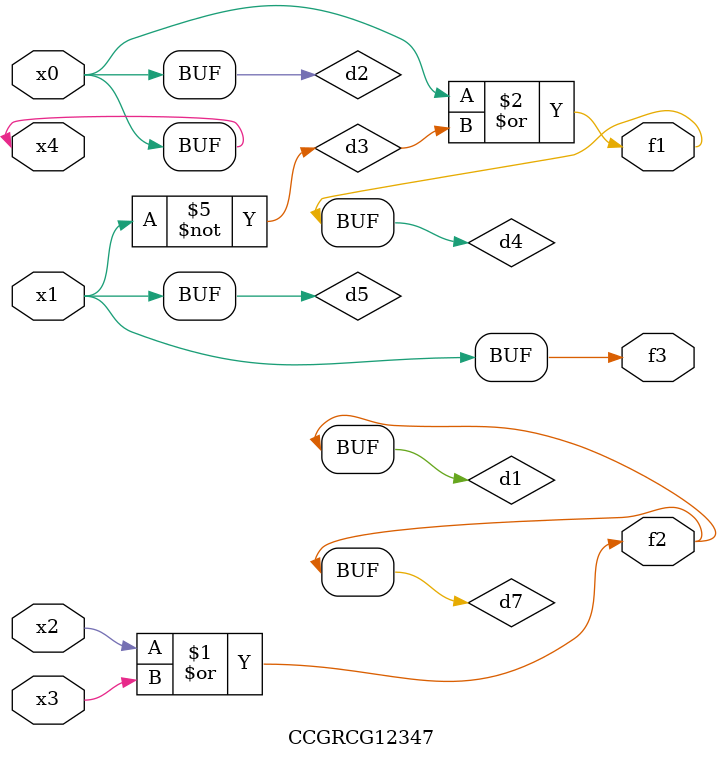
<source format=v>
module CCGRCG12347(
	input x0, x1, x2, x3, x4,
	output f1, f2, f3
);

	wire d1, d2, d3, d4, d5, d6, d7;

	or (d1, x2, x3);
	buf (d2, x0, x4);
	not (d3, x1);
	or (d4, d2, d3);
	not (d5, d3);
	nand (d6, d1, d3);
	or (d7, d1);
	assign f1 = d4;
	assign f2 = d7;
	assign f3 = d5;
endmodule

</source>
